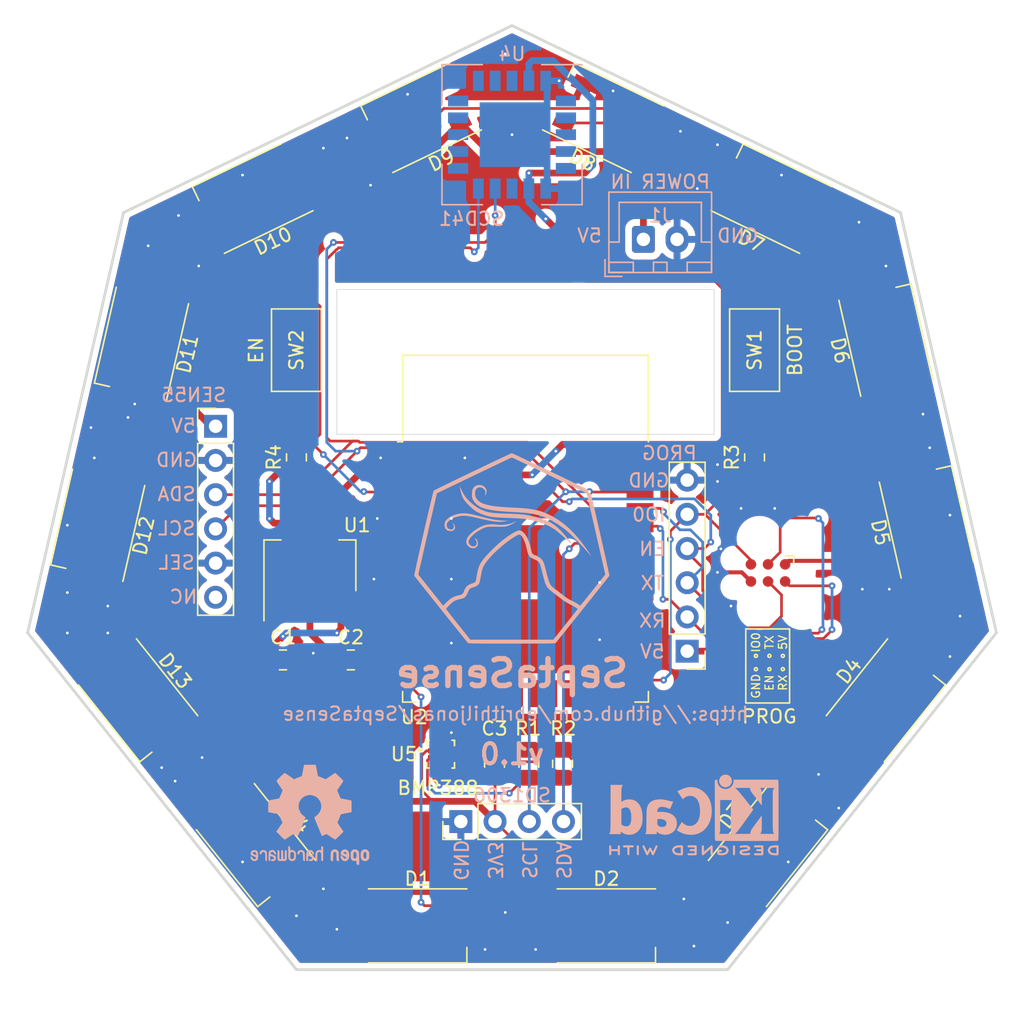
<source format=kicad_pcb>
(kicad_pcb (version 20211014) (generator pcbnew)
  (layers (0 "F.Cu" signal) (31 "B.Cu" signal) (34 "B.Paste" user) (35 "F.Paste" user) (36 "B.SilkS" user "B.Silkscreen") (37 "F.SilkS" user "F.Silkscreen") (38 "B.Mask" user) (39 "F.Mask" user) (44 "Edge.Cuts" user))
  (net 0 "")
  (net 2 "LED-DATA")
  (net 3 "SDA")
  (net 4 "SCL")
  (net 9 "MIC")
  (net 11 "+5V")
  (net 12 "Net-(D1-Pad2)")
  (net 13 "GND")
  (net 14 "Net-(D2-Pad2)")
  (net 15 "Net-(D3-Pad2)")
  (net 16 "Net-(D4-Pad2)")
  (net 17 "Net-(D5-Pad2)")
  (net 18 "Net-(D6-Pad2)")
  (net 19 "Net-(D7-Pad2)")
  (net 20 "Net-(D8-Pad2)")
  (net 21 "Net-(D10-Pad4)")
  (net 22 "Net-(D10-Pad2)")
  (net 23 "Net-(D11-Pad2)")
  (net 24 "Net-(D12-Pad2)")
  (net 28 "Net-(D13-Pad2)")
  (net 30 "+3V3")
  (net 31 "GPIO0")
  (net 33 "TXD")
  (net 34 "RXD")
  (net 35 "EN")
  (footprint "Connector_PinHeader_2.54mm:PinHeader_1x04_P2.54mm_Vertical" (layer "F.Cu") (at 169.2 98 90)
    (fp_text reference "U6" hide)
    (fp_text value "SD1306")
  )
  (footprint "Capacitor_SMD:C_0805_2012Metric_Pad1.18x1.45mm_HandSolder" (layer "F.Cu") (at 161.0375 86)
    (fp_text reference "C2")
    (fp_text value "10uF")
  )
  (footprint "LED_SMD:LED_WS2812B_PLCC4_5.0x5.0mm_P3.2mm" (layer "F.Cu") (at 192 99.75 51.43)
    (fp_text reference "D3")
    (fp_text value "WS2812B")
  )
  (footprint "Connector:Tag-Connect_TC2030-IDC-FP_2x03_P1.27mm_Vertical" (layer "F.Cu") (at 192 79.54 180)
    (fp_text reference "J3" hide)
    (fp_text value "PROG_TC")
  )
  (footprint "LED_SMD:LED_WS2812B_PLCC4_5.0x5.0mm_P3.2mm" (layer "F.Cu") (at 142.25 76 -102.86)
    (fp_text reference "D12")
    (fp_text value "WS2812B")
  )
  (footprint "Connector_PinHeader_2.54mm:PinHeader_1x06_P2.54mm_Vertical" (layer "F.Cu") (at 186 85.35 180)
    (fp_text reference "J2" hide)
    (fp_text value "PROG")
  )
  (footprint "LED_SMD:LED_WS2812B_PLCC4_5.0x5.0mm_P3.2mm" (layer "F.Cu") (at 200.75 62.25 102.86)
    (fp_text reference "D6")
    (fp_text value "WS2812B")
  )
  (footprint "LED_SMD:LED_WS2812B_PLCC4_5.0x5.0mm_P3.2mm" (layer "F.Cu") (at 145.25 89 -51.43)
    (fp_text reference "D13")
    (fp_text value "WS2812B")
  )
  (footprint "Custom:PQFN50P200X200X80-10N" (layer "F.Cu") (at 167.7 93)
    (fp_text reference "U5")
    (fp_text value "BMP388")
  )
  (footprint "Connector_PinHeader_2.54mm:PinHeader_1x06_P2.54mm_Vertical" (layer "F.Cu") (at 151 68.65)
    (fp_text reference "U3" hide)
    (fp_text value "SEN5X")
  )
  (footprint "Button_Switch_SMD:SW_SPST_CK_RS282G05A3" (layer "F.Cu") (at 191 63 -90)
    (fp_text reference "SW1")
    (fp_text value "SW_EN")
  )
  (footprint "Capacitor_SMD:C_0805_2012Metric_Pad1.18x1.45mm_HandSolder" (layer "F.Cu") (at 171.7 93.7 90)
    (fp_text reference "C3")
    (fp_text value "100nF")
  )
  (footprint "LED_SMD:LED_WS2812B_PLCC4_5.0x5.0mm_P3.2mm" (layer "F.Cu") (at 180 105.75)
    (fp_text reference "D2")
    (fp_text value "WS2812B")
  )
  (footprint "Capacitor_SMD:C_0805_2012Metric_Pad1.18x1.45mm_HandSolder" (layer "F.Cu") (at 174.25 93.7125 90)
    (fp_text reference "R1")
    (fp_text value "10K")
  )
  (footprint "LED_SMD:LED_WS2812B_PLCC4_5.0x5.0mm_P3.2mm" (layer "F.Cu") (at 166.25 45.75 -154.29)
    (fp_text reference "D9")
    (fp_text value "WS2812B")
  )
  (footprint "Capacitor_SMD:C_0805_2012Metric_Pad1.18x1.45mm_HandSolder" (layer "F.Cu") (at 191 70.9625 90)
    (fp_text reference "R3")
    (fp_text value "10K")
  )
  (footprint "LED_SMD:LED_WS2812B_PLCC4_5.0x5.0mm_P3.2mm" (layer "F.Cu") (at 145.5 62.5 -102.86)
    (fp_text reference "D11")
    (fp_text value "WS2812B")
  )
  (footprint "Button_Switch_SMD:SW_SPST_CK_RS282G05A3" (layer "F.Cu") (at 157 63 90)
    (fp_text reference "SW2")
    (fp_text value "SW_RST")
  )
  (footprint "LED_SMD:LED_WS2812B_PLCC4_5.0x5.0mm_P3.2mm" (layer "F.Cu") (at 154 99.75 -51.43)
    (fp_text reference "D14")
    (fp_text value "WS2812B")
  )
  (footprint "Package_TO_SOT_SMD:SOT-223-3_TabPin2" (layer "F.Cu") (at 158 79 90)
    (fp_text reference "U1")
    (fp_text value "AMS1117-3.3")
  )
  (footprint "LED_SMD:LED_WS2812B_PLCC4_5.0x5.0mm_P3.2mm" (layer "F.Cu") (at 153.75 51.75 -154.29)
    (fp_text reference "D10")
    (fp_text value "WS2812B")
  )
  (footprint "LED_SMD:LED_WS2812B_PLCC4_5.0x5.0mm_P3.2mm" (layer "F.Cu") (at 179.75 45.75 154.29)
    (fp_text reference "D8")
    (fp_text value "WS2812B")
  )
  (footprint "LED_SMD:LED_WS2812B_PLCC4_5.0x5.0mm_P3.2mm" (layer "F.Cu") (at 200.75 89 51.43)
    (fp_text reference "D4")
    (fp_text value "WS2812B")
  )
  (footprint "Capacitor_SMD:C_0805_2012Metric_Pad1.18x1.45mm_HandSolder" (layer "F.Cu") (at 157 70.9625 90)
    (fp_text reference "R4")
    (fp_text value "10K")
  )
  (footprint "Capacitor_SMD:C_0805_2012Metric_Pad1.18x1.45mm_HandSolder" (layer "F.Cu") (at 176.75 93.7125 90)
    (fp_text reference "R2")
    (fp_text value "10K")
  )
  (footprint "RF_Module:ESP32-WROOM-32" (layer "F.Cu") (at 174 79.25)
    (fp_text reference "U2")
    (fp_text value "ESP32-WROOM-32D")
  )
  (footprint "LED_SMD:LED_WS2812B_PLCC4_5.0x5.0mm_P3.2mm" (layer "F.Cu") (at 192.25 51.75 154.29)
    (fp_text reference "D7")
    (fp_text value "WS2812B")
  )
  (footprint "LED_SMD:LED_WS2812B_PLCC4_5.0x5.0mm_P3.2mm" (layer "F.Cu") (at 166 105.75)
    (fp_text reference "D1")
    (fp_text value "WS2812B")
  )
  (footprint "Capacitor_SMD:C_0805_2012Metric_Pad1.18x1.45mm_HandSolder" (layer "F.Cu") (at 156 86)
    (fp_text reference "C1")
    (fp_text value "10uF")
  )
  (footprint "LED_SMD:LED_WS2812B_PLCC4_5.0x5.0mm_P3.2mm" (layer "F.Cu") (at 203.75 75.75 102.86)
    (fp_text reference "D5")
    (fp_text value "WS2812B")
  )
  (footprint "Symbol:OSHW-Logo2_9.8x8mm_SilkScreen" (layer "B.Cu") (at 158 97.5 180)
    (fp_text reference "REF**" hide)
    (fp_text value "OSHW-Logo2_9.8x8mm_SilkScreen" hide)
  )
  (footprint "Symbol:KiCad-Logo2_5mm_SilkScreen" (layer "B.Cu") (at 186.5 97.5 180)
    (fp_text reference "REF**" hide)
    (fp_text value "KiCad-Logo2_5mm_SilkScreen" hide)
  )
  (footprint "Custom:Sensirion_SCD4x_10.1x10.x_P1.0mm" (layer "B.Cu") (at 173 47 180)
    (fp_text reference "U4")
    (fp_text value "SCD4x")
  )
  (footprint "Connector_JST:JST_XH_B2B-XH-A_1x02_P2.50mm_Vertical" (layer "B.Cu") (at 182.75 54.775)
    (fp_text reference "J1")
    (fp_text value "Power")
  )
  (footprint "Custom:logo_all" (layer "B.Cu") (at 173 77.75 180)
    (fp_text reference "G***" hide)
    (fp_text value "LOGO" hide)
  )
  (gr_circle (center 192.1 86.688197) (end 192.2 86.738197) (layer "F.SilkS") (width 0.12) (fill none))
  (gr_circle (center 192.1 85.7) (end 192.2 85.75) (layer "F.SilkS") (width 0.12) (fill none))
  (gr_circle (center 193.1 85.7) (end 193.2 85.75) (layer "F.SilkS") (width 0.12) (fill none))
  (gr_rect (start 190.35 89.2) (end 193.6 83.7) (layer "F.SilkS") (width 0.12) (fill none))
  (gr_circle (center 191.1 86.688197) (end 191.2 86.738197) (layer "F.SilkS") (width 0.12) (fill none))
  (gr_circle (center 193.1 86.688197) (end 193.2 86.738197) (layer "F.SilkS") (width 0.12) (fill none))
  (gr_circle (center 191.1 85.7) (end 191.2 85.75) (layer "F.SilkS") (width 0.12) (fill none))
  (gr_line (start 137.048326 83.981393) (end 157 109) (layer "Edge.Cuts") (width 0.2))
  (gr_line (start 173 38.89942) (end 144.168996 52.7837) (layer "Edge.Cuts") (width 0.2))
  (gr_line (start 160 58.5) (end 160 69.25) (layer "Edge.Cuts") (width 0.05))
  (gr_line (start 201.831004 52.7837) (end 173 38.89942) (layer "Edge.Cuts") (width 0.2))
  (gr_line (start 189 109) (end 208.951674 83.981393) (layer "Edge.Cuts") (width 0.2))
  (gr_line (start 157 109) (end 189 109) (layer "Edge.Cuts") (width 0.2))
  (gr_line (start 188 58.5) (end 160 58.5) (layer "Edge.Cuts") (width 0.05))
  (gr_line (start 144.168996 52.7837) (end 137.048326 83.981393) (layer "Edge.Cuts") (width 0.2))
  (gr_line (start 208.951674 83.981393) (end 201.831004 52.7837) (layer "Edge.Cuts") (width 0.2))
  (gr_line (start 160 69.25) (end 188 69.25) (layer "Edge.Cuts") (width 0.05))
  (gr_line (start 188 69.25) (end 188 58.5) (layer "Edge.Cuts") (width 0.05))
  (gr_text "TX" (at 183.414 80.298) (layer "B.SilkS") (effects (font (size 1 1)) (justify mirror)))
  (gr_text "SCL" (at 148.108 76.234) (layer "B.SilkS") (effects (font (size 1 1)) (justify mirror)))
  (gr_text "NC" (at 148.616 81.314) (layer "B.SilkS") (effects (font (size 1 1)) (justify mirror)))
  (gr_text "IO0" (at 183.16 75.218) (layer "B.SilkS") (effects (font (size 1 1)) (justify mirror)))
  (gr_text "SDA" (at 176.81 100.872 270) (layer "B.SilkS") (effects (font (size 1 1)) (justify mirror)))
  (gr_text "RX" (at 183.414 83.092) (layer "B.SilkS") (effects (font (size 1 1)) (justify mirror)))
  (gr_text "SEL" (at 148.108 78.774) (layer "B.SilkS") (effects (font (size 1 1)) (justify mirror)))
  (gr_text "5V" (at 183.414 85.378) (layer "B.SilkS") (effects (font (size 1 1)) (justify mirror)))
  (gr_text "SCD41" (at 170 53.25) (layer "B.SilkS") (effects (font (size 1 1)) (justify mirror)))
  (gr_text "POWER IN" (at 184 50.5) (layer "B.SilkS") (effects (font (size 1 1)) (justify mirror)))
  (gr_text "GND" (at 189.75 54.5) (layer "B.SilkS") (effects (font (size 1 1)) (justify mirror)))
  (gr_text "GND" (at 169.19 100.872 270) (layer "B.SilkS") (effects (font (size 1 1)) (justify mirror)))
  (gr_text "GND" (at 183.16 72.678) (layer "B.SilkS") (effects (font (size 1 1)) (justify mirror)))
  (gr_text "SCL" (at 174.27 100.872 270) (layer "B.SilkS") (effects (font (size 1 1)) (justify mirror)))
  (gr_text "PROG" (at 184.684 70.646) (layer "B.SilkS") (effects (font (size 1 1)) (justify mirror)))
  (gr_text "SEN55" (at 149.378 66.328) (layer "B.SilkS") (effects (font (size 1 1)) (justify mirror)))
  (gr_text "v1.0" (at 173 93) (layer "B.SilkS") (effects (font (size 1.5 1.5) (thickness 0.3)) (justify mirror)))
  (gr_text "3V3" (at 171.73 100.872 270) (layer "B.SilkS") (effects (font (size 1 1)) (justify mirror)))
  (gr_text "GND" (at 148.108 71.154) (layer "B.SilkS") (effects (font (size 1 1)) (justify mirror)))
  (gr_text "5V" (at 178.75 54.5) (layer "B.SilkS") (effects (font (size 1 1)) (justify mirror)))
  (gr_text "SeptaSense" (at 173 87) (layer "B.SilkS") (effects (font (size 2 2) (thickness 0.4)) (justify mirror)))
  (gr_text "EN" (at 183.414 77.758) (layer "B.SilkS") (effects (font (size 1 1)) (justify mirror)))
  (gr_text "5V" (at 148.616 68.614) (layer "B.SilkS") (effects (font (size 1 1)) (justify mirror)))
  (gr_text "SD1306" (at 173 96.046) (layer "B.SilkS") (effects (font (size 1 1)) (justify mirror)))
  (gr_text "SDA" (at 148.108 73.694) (layer "B.SilkS") (effects (font (size 1 1)) (justify mirror)))
  (gr_text "https://github.com/ebrithiljonas/SeptaSense" (at 173.25 90) (layer "B.SilkS") (effects (font (size 1 1)) (justify mirror)))
  (gr_text "IO0" (at 191.1 84.7 90) (layer "F.SilkS") (effects (font (size 0.6 0.6) (thickness 0.1))))
  (gr_text "BOOT" (at 194 63 90) (layer "F.SilkS") (effects (font (size 1 1))))
  (gr_text "EN" (at 154 63 90) (layer "F.SilkS") (effects (font (size 1 1))))
  (gr_text "TX" (at 192.1 84.7 90) (layer "F.SilkS") (effects (font (size 0.6 0.6) (thickness 0.1))))
  (gr_text "BMP388" (at 167.5 95.5) (layer "F.SilkS") (effects (font (size 1 1))))
  (gr_text "GND" (at 191.1 87.95 90) (layer "F.SilkS") (effects (font (size 0.6 0.6) (thickness 0.1))))
  (gr_text "RX" (at 193.1 87.7 90) (layer "F.SilkS") (effects (font (size 0.6 0.6) (thickness 0.1))))
  (gr_text "5V" (at 193.1 84.7 90) (layer "F.SilkS") (effects (font (size 0.6 0.6) (thickness 0.1))))
  (gr_text "PROG" (at 192.1 90.2) (layer "F.SilkS") (effects (font (size 1 1))))
  (gr_text "EN" (at 192.1 87.7 90) (layer "F.SilkS") (effects (font (size 0.6 0.6) (thickness 0.1))))
  (segment (start 166.5 104.25) (end 168.35 104.25) (width 0.2) (layer "F.Cu") (net 2))
  (segment (start 165.5 88) (end 165.5 87.505) (width 0.2) (layer "F.Cu") (net 2))
  (segment (start 166.25 88.75) (end 165.5 88) (width 0.2) (layer "F.Cu") (net 2))
  (segment (start 168.35 104.25) (end 168.45 104.15) (width 0.2) (layer "F.Cu") (net 2))
  (segment (start 166.25 104) (end 166.5 104.25) (width 0.2) (layer "F.Cu") (net 2))
  (via (at 166.25 104) (size 0.5) (drill 0.2) (layers "F.Cu" "B.Cu") (net 2))
  (via (at 166.25 88.75) (size 0.5) (drill 0.2) (layers "F.Cu" "B.Cu") (net 2))
  (segment (start 166.25 88.75) (end 166.25 104) (width 0.2) (layer "B.Cu") (net 2))
  (segment (start 157.17952 73.73) (end 161.15952 69.75) (width 0.2) (layer "F.Cu") (net 3))
  (segment (start 168.3 95.2) (end 169.3 95.2) (width 0.2) (layer "F.Cu") (net 3))
  (segment (start 151 73.73) (end 157.17952 73.73) (width 0.2) (layer "F.Cu") (net 3))
  (segment (start 161.5 69.75) (end 161.60048 69.75) (width 0.2) (layer "F.Cu") (net 3))
  (segment (start 160.127607 55.39952) (end 159.977616 55.549511) (width 0.2) (layer "F.Cu") (net 3))
  (segment (start 159.25 69.5) (end 159.5 69.75) (width 0.2) (layer "F.Cu") (net 3))
  (segment (start 161.696449 69.845969) (end 174.095969 69.845969) (width 0.2) (layer "F.Cu") (net 3))
  (segment (start 169.89952 55.39952) (end 160.127607 55.39952) (width 0.2) (layer "F.Cu") (net 3))
  (segment (start 159.950489 55.549511) (end 159.25 56.25) (width 0.2) (layer "F.Cu") (net 3))
  (segment (start 159.977616 55.549511) (end 159.950489 55.549511) (width 0.2) (layer "F.Cu") (net 3))
  (segment (start 170.2 55.7) (end 169.89952 55.39952) (width 0.2) (layer "F.Cu") (net 3))
  (segment (start 177.655 77.345) (end 182.5 77.345) (width 0.2) (layer "F.Cu") (net 3))
  (segment (start 174.095969 69.845969) (end 181.595 77.345) (width 0.2) (layer "F.Cu") (net 3))
  (segment (start 172.402817 93.55) (end 172.415317 93.5625) (width 0.2) (layer "F.Cu") (net 3))
  (segment (start 172.415317 93.5625) (end 175.5625 93.5625) (width 0.2) (layer "F.Cu") (net 3))
  (segment (start 159.25 56.25) (end 159.25 69.5) (width 0.2) (layer "F.Cu") (net 3))
  (segment (start 176.82 94.82) (end 176.82 98) (width 0.2) (layer "F.Cu") (net 3))
  (segment (start 177.25 77.75) (end 177.655 77.345) (width 0.2) (layer "F.Cu") (net 3))
  (segment (start 176.75 94.75) (end 176.82 94.82) (width 0.2) (layer "F.Cu") (net 3))
  (segment (start 161.60048 69.75) (end 161.696449 69.845969) (width 0.2) (layer "F.Cu") (net 3))
  (segment (start 167.7 94.6) (end 168.3 95.2) (width 0.2) (layer "F.Cu") (net 3))
  (segment (start 181.595 77.345) (end 182.5 77.345) (width 0.2) (layer "F.Cu") (net 3))
  (segment (start 159.5 69.75) (end 161.5 69.75) (width 0.2) (layer "F.Cu") (net 3))
  (segment (start 170.95 93.55) (end 172.402817 93.55) (width 0.2) (layer "F.Cu") (net 3))
  (segment (start 169.3 95.2) (end 170.95 93.55) (width 0.2) (layer "F.Cu") (net 3))
  (segment (start 167.7 93.765) (end 167.7 94.6) (width 0.2) (layer "F.Cu") (net 3))
  (segment (start 161.15952 69.75) (end 161.5 69.75) (width 0.2) (layer "F.Cu") (net 3))
  (segment (start 175.5625 93.5625) (end 176.75 94.75) (width 0.2) (layer "F.Cu") (net 3))
  (via (at 177.25 77.75) (size 0.5) (drill 0.2) (layers "F.Cu" "B.Cu") (net 3))
  (via (at 170.2 55.7) (size 0.5) (drill 0.2) (layers "F.Cu" "B.Cu") (net 3))
  (segment (start 176.82 78.18) (end 176.82 98) (width 0.2) (layer "B.Cu") (net 3))
  (segment (start 170.5 55.4) (end 170.5 51) (width 0.2) (layer "B.Cu") (net 3))
  (segment (start 170.2 55.7) (end 170.5 55.4) (width 0.2) (layer "B.Cu") (net 3))
  (segment (start 177.25 77.75) (end 176.82 78.18) (width 0.2) (layer "B.Cu") (net 3))
  (segment (start 178.75 73.5) (end 178.785 73.535) (width 0.2) (layer "F.Cu") (net 4))
  (segment (start 166.935 93.25) (end 166.929836 93.25) (width 0.2) (layer "F.Cu") (net 4))
  (segment (start 159.75 55) (end 171 55) (width 0.2) (layer "F.Cu") (net 4))
  (segment (start 171 55) (end 171.75 54.25) (width 0.2) (layer "F.Cu") (net 4))
  (segment (start 174.25 94.75) (end 173.95 94.75) (width 0.2) (layer "F.Cu") (net 4))
  (segment (start 161 71) (end 161.5 70.5) (width 0.2) (layer "F.Cu") (net 4))
  (segment (start 173.718377 70.245489) (end 161.754511 70.245489) (width 0.2) (layer "F.Cu") (net 4))
  (segment (start 173.95 94.75) (end 172.8 95.9) (width 0.2) (layer "F.Cu") (net 4))
  (segment (start 166.9 95.5) (end 166.725 95.325) (width 0.2) (layer "F.Cu") (net 4))
  (segment (start 166.725 93.454836) (end 166.929836 93.25) (width 0.2) (layer "F.Cu") (net 4))
  (segment (start 174.25 94.75) (end 174.28 94.78) (width 0.2) (layer "F.Cu") (net 4))
  (segment (start 166.725 95.325) (end 166.725 93.454836) (width 0.2) (layer "F.Cu") (net 4))
  (segment (start 161.754511 70.245489) (end 161.5 70.5) (width 0.2) (layer "F.Cu") (net 4))
  (segment (start 171.75 54.25) (end 171.75 53) (width 0.2) (layer "F.Cu") (net 4))
  (segment (start 178.785 73.535) (end 182.5 73.535) (width 0.2) (layer "F.Cu") (net 4))
  (segment (start 151 76.27) (end 152.719511 74.550489) (width 0.2) (layer "F.Cu") (net 4))
  (segment (start 176.986444 73.513556) (end 173.718377 70.245489) (width 0.2) (layer "F.Cu") (net 4))
  (segment (start 152.719511 74.550489) (end 157.449511 74.550489) (width 0.2) (layer "F.Cu") (net 4))
  (segment (start 174.28 94.78) (end 174.28 98) (width 0.2) (layer "F.Cu") (net 4))
  (segment (start 157.449511 74.550489) (end 161 71) (width 0.2) (layer "F.Cu") (net 4))
  (via (at 161.5 70.5) (size 0.5) (drill 0.2) (layers "F.Cu" "B.Cu") (net 4))
  (via (at 159.75 55) (size 0.5) (drill 0.2) (layers "F.Cu" "B.Cu") (net 4))
  (via (at 172.8 95.9) (size 0.5) (drill 0.2) (layers "F.Cu" "B.Cu") (net 4))
  (via (at 166.9 95.5) (size 0.5) (drill 0.2) (layers "F.Cu" "B.Cu") (net 4))
  (via (at 176.986444 73.513556) (size 0.5) (drill 0.2) (layers "F.Cu" "B.Cu") (net 4))
  (via (at 171.75 53) (size 0.5) (drill 0.2) (layers "F.Cu" "B.Cu") (net 4))
  (via (at 178.75 73.5) (size 0.5) (drill 0.2) (layers "F.Cu" "B.Cu") (net 4))
  (segment (start 159.25 69.841906) (end 159.25 55.5) (width 0.2) (layer "B.Cu") (net 4))
  (segment (start 176.986444 73.513556) (end 178.736444 73.513556) (width 0.2) (layer "B.Cu") (net 4))
  (segment (start 174.28 76.22) (end 174.28 98) (width 0.2) (layer "B.Cu") (net 4))
  (segment (start 171.75 53) (end 171.75 51) (width 0.2) (layer "B.Cu") (net 4))
  (segment (start 178.736444 73.513556) (end 178.75 73.5) (width 0.2) (layer "B.Cu") (net 4))
  (segment (start 172.8 95.9) (end 167.3 95.9) (width 0.2) (layer "B.Cu") (net 4))
  (segment (start 159.908094 70.5) (end 159.25 69.841906) (width 0.2) (layer "B.Cu") (net 4))
  (segment (start 159.25 55.5) (end 159.75 55) (width 0.2) (layer "B.Cu") (net 4))
  (segment (start 161.5 70.5) (end 159.908094 70.5) (width 0.2) (layer "B.Cu") (net 4))
  (segment (start 167.3 95.9) (end 166.9 95.5) (width 0.2) (layer "B.Cu") (net 4))
  (segment (start 176.986444 73.513556) (end 174.28 76.22) (width 0.2) (layer "B.Cu") (net 4))
  (segment (start 148.312746 60.467565) (end 156.651559 52.128752) (width 0.5) (layer "F.Cu") (net 11))
  (segment (start 197.971543 86.778457) (end 197.971543 89.917973) (width 0.5) (layer "F.Cu") (net 11))
  (segment (start 197.332032 89.917973) (end 189.221543 98.028462) (width 0.5) (layer "F.Cu") (net 11))
  (segment (start 148.25 66.25) (end 148.25 61.112403) (width 0.5) (layer "F.Cu") (net 11))
  (segment (start 199.244657 64.994657) (end 199.735428 64.994657) (width 0.5) (layer "F.Cu") (net 11))
  (segment (start 202.735428 78.494657) (end 202.735428 82.014572) (width 0.5) (layer "F.Cu") (net 11))
  (segment (start 153.723453 94.155811) (end 145.654564 86.086922) (width 0.5) (layer "F.Cu") (net 11))
  (segment (start 150.65 68.65) (end 148.25 66.25) (width 0.5) (layer "F.Cu") (net 11))
  (segment (start 154.9625 85.2875) (end 154.9625 86) (width 0.5) (layer "F.Cu") (net 11))
  (segment (start 181 102.5) (end 179.35 104.15) (width 0.5) (layer "F.Cu") (net 11))
  (segment (start 164.499511 103.200489) (end 163.55 104.15) (width 0.5) (layer "F.Cu") (net 11))
  (segment (start 202.584906 78.645179) (end 202.735428 78.494657) (width 0.3) (layer "F.Cu") (net 11))
  (segment (start 145.654564 86.086922) (end 144.973453 86.086922) (width 0.5) (layer "F.Cu") (net 11))
  (segment (start 197 57.491105) (end 197 62.75) (width 0.5) (layer "F.Cu") (net 11))
  (segment (start 160.3 83.7) (end 160 84) (width 0.5) (layer "F.Cu") (net 11))
  (segment (start 153.723453 94.473453) (end 153.723453 94.155811) (width 0.5) (layer "F.Cu") (net 11))
  (segment (start 144.973453 86.086922) (end 144.973453 74.585856) (width 0.5) (layer "F.Cu") (net 11))
  (segment (start 147.605162 60.467565) (end 148.312746 60.467565) (width 0.5) (layer "F.Cu") (net 11))
  (segment (start 187.258895 54.25) (end 191 54.25) (width 0.5) (layer "F.Cu") (net 11))
  (segment (start 182.75 54.775) (end 182.75 49.741105) (width 0.5) (layer "F.Cu") (net 11))
  (segment (start 163.55 104.15) (end 156.236922 96.836922) (width 0.5) (layer "F.Cu") (net 11))
  (segment (start 156 84.25) (end 154.9625 85.2875) (width 0.5) (layer "F.Cu") (net 11))
  (segment (start 144.355162 70.144838) (end 148.25 66.25) (width 0.5) (layer "F.Cu") (net 11))
  (segment (start 154.9625 86) (end 153.723453 87.239047) (width 0.5) (layer "F.Cu") (net 11))
  (segment (start 144.973453 74.585856) (end 144.355162 73.967565) (width 0.5) (layer "F.Cu") (net 11))
  (segment (start 153.723453 96.836922) (end 153.723453 94.473453) (width 0.5) (layer "F.Cu") (net 11))
  (segment (start 156.236922 96.836922) (end 153.723453 96.836922) (width 0.5) (layer "F.Cu") (net 11))
  (segment (start 186 85.35) (end 193.40357 85.35) (width 0.5) (layer "F.Cu") (net 11))
  (segment (start 197.971543 89.917973) (end 197.332032 89.917973) (width 0.5) (layer "F.Cu") (net 11))
  (segment (start 160.3 82.15) (end 160.3 83.7) (width 0.5) (layer "F.Cu") (net 11))
  (segment (start 169.151559 46.128752) (end 171.277259 48.254452) (width 0.5) (layer "F.Cu") (net 11))
  (segment (start 193.529821 78.645179) (end 202.584906 78.645179) (width 0.3) (layer "F.Cu") (net 11))
  (segment (start 177.55 104.15) (end 176.600489 103.200489) (width 0.5) (layer "F.Cu") (net 11))
  (segment (start 199.735428 64.994657) (end 199.735428 75.494657) (width 0.5) (layer "F.Cu") (net 11))
  (segment (start 189.221543 100.667973) (end 187.389516 102.5) (width 0.5) (layer "F.Cu") (net 11))
  (segment (start 151 68.65) (end 150.65 68.65) (width 0.5) (layer "F.Cu") (net 11))
  (segment (start 144.355162 73.967565) (end 144.355162 70.144838) (width 0.5) (layer "F.Cu") (net 11))
  (segment (start 148.25 61.112403) (end 147.605162 60.467565) (width 0.5) (layer "F.Cu") (net 11))
  (segment (start 193.27 78.905) (end 193.529821 78.645179) (width 0.3) (layer "F.Cu") (net 11))
  (segment (start 156.651559 52.128752) (end 163.151559 52.128752) (width 0.5) (layer "F.Cu") (net 11))
  (segment (start 193.40357 85.35) (end 197.971543 89.917973) (width 0.5) (layer "F.Cu") (net 11))
  (segment (start 181.263347 48.254452) (end 187.258895 54.25) (width 0.5) (layer "F.Cu") (net 11))
  (segment (start 189.221543 98.028462) (end 189.221543 100.667973) (width 0.5) (layer "F.Cu") (net 11))
  (segment (start 176.600489 103.200489) (end 164.499511 103.200489) (width 0.5) (layer "F.Cu") (net 11))
  (segment (start 193.763347 54.254452) (end 197 57.491105) (width 0.5) (layer "F.Cu") (net 11))
  (segment (start 153.723453 87.239047) (end 153.723453 94.473453) (width 0.5) (layer "F.Cu") (net 11))
  (segment (start 202.735428 82.014572) (end 197.971543 86.778457) (width 0.5) (layer "F.Cu") (net 11))
  (segment (start 182.75 49.741105) (end 181.263347 48.254452) (width 0.5) (layer "F.Cu") (net 11))
  (segment (start 179.35 104.15) (end 177.55 104.15) (width 0.5) (layer "F.Cu") (net 11))
  (segment (start 191 54.25) (end 191.004452 54.254452) (width 0.5) (layer "F.Cu") (net 11))
  (segment (start 163.151559 52.128752) (end 169.151559 46.128752) (width 0.5) (layer "F.Cu") (net 11))
  (segment (start 197 62.75) (end 199.244657 64.994657) (width 0.5) (layer "F.Cu") (net 11))
  (segment (start 187.389516 102.5) (end 181 102.5) (width 0.5) (layer "F.Cu") (net 11))
  (segment (start 191.004452 54.254452) (end 193.763347 54.254452) (width 0.5) (layer "F.Cu") (net 11))
  (segment (start 199.735428 75.494657) (end 202.735428 78.494657) (width 0.5) (layer "F.Cu") (net 11))
  (segment (start 171.277259 48.254452) (end 181.263347 48.254452) (width 0.5) (layer "F.Cu") (net 11))
  (via (at 160 84) (size 0.5) (drill 0.2) (layers "F.Cu" "B.Cu") (net 11))
  (via (at 156 84.25) (size 0.5) (drill 0.2) (layers "F.Cu" "B.Cu") (net 11))
  (segment (start 156.25 84) (end 156 84.25) (width 0.5) (layer "B.Cu") (net 11))
  (segment (start 160 84) (end 156.25 84) (width 0.5) (layer "B.Cu") (net 11))
  (segment (start 178.277138 106) (end 166 106) (width 0.2) (layer "F.Cu") (net 12))
  (segment (start 182.45 104.15) (end 180.127138 104.15) (width 0.2) (layer "F.Cu") (net 12))
  (segment (start 166 106) (end 164.65 107.35) (width 0.2) (layer "F.Cu") (net 12))
  (segment (start 164.65 107.35) (end 163.55 107.35) (width 0.2) (layer "F.Cu") (net 12))
  (segment (start 180.127138 104.15) (end 178.277138 106) (width 0.2) (layer "F.Cu") (net 12))
  (segment (start 167.2 94.9) (end 167.6 95.3) (width 0.2) (layer "F.Cu") (net 13))
  (segment (start 169.935 93.765) (end 171.0375 92.6625) (width 0.2) (layer "F.Cu") (net 13))
  (segment (start 168.2 91.7) (end 168.5 91.4) (width 0.2) (layer "F.Cu") (net 13))
  (segment (start 168.2 93.765) (end 169.935 93.765) (width 0.2) (layer "F.Cu") (net 13))
  (segment (start 167.2 93.765) (end 167.2 94.9) (width 0.2) (layer "F.Cu") (net 13))
  (segment (start 171.0375 92.6625) (end 171.7 92.6625) (width 0.2) (layer "F.Cu") (net 13))
  (segment (start 190.73 80.175) (end 190.055 79.5) (width 0.3) (layer "F.Cu") (net 13))
  (segment (start 157.75 86) (end 158.25 85.5) (width 0.5) (layer "F.Cu") (net 13))
  (segment (start 168.2 92.235) (end 168.2 91.7) (width 0.2) (layer "F.Cu") (net 13))
  (segment (start 167.7 92.235) (end 168.2 92.235) (width 0.2) (layer "F.Cu") (net 13))
  (segment (start 190.055 79.5) (end 188.25 79.5) (width 0.3) (layer "F.Cu") (net 13))
  (segment (start 157.0375 86) (end 157.75 86) (width 0.5) (layer "F.Cu") (net 13))
  (via (at 150 93.25) (size 0.5) (drill 0.2) (layers "F.Cu" "B.Cu") (net 13))
  (via (at 179.5 84.5) (size 0.5) (drill 0.2) (layers "F.Cu" "B.Cu") (net 13))
  (via (at 141.75 68.75) (size 0.5) (drill 0.2) (layers "F.Cu" "B.Cu") (net 13))
  (via (at 160 106) (size 0.5) (drill 0.2) (layers "F.Cu" "B.Cu") (net 13))
  (via (at 173 47) (size 0.5) (drill 0.2) (layers "F.Cu" "B.Cu") (net 13))
  (via (at 140 84) (size 0.5) (drill 0.2) (layers "F.Cu" "B.Cu") (net 13))
  (via (at 201 80.75) (size 0.5) (drill 0.2) (layers "F.Cu" "B.Cu") (net 13))
  (via (at 205.5 75.25) (size 0.5) (drill 0.2) (layers "F.Cu" "B.Cu") (net 13))
  (via (at 168.5 80) (size 0.5) (drill 0.2) (layers "F.Cu" "B.Cu") (net 13))
  (via (at 179.5 80.25) (size 0.5) (drill 0.2) (layers "F.Cu" "B.Cu") (net 13))
  (via (at 168.5 75.5) (size 0.5) (drill 0.2) (layers "F.Cu" "B.Cu") (net 13))
  (via (at 159 103) (size 0.5) (drill 0.2) (layers "F.Cu" "B.Cu") (net 13))
  (via (at 147 94) (size 0.5) (drill 0.2) (layers "F.Cu" "B.Cu") (net 13))
  (via (at 143 84) (size 0.5) (drill 0.2) (layers "F.Cu" "B.Cu") (net 13))
  (via (at 171 107.5) (size 0.5) (drill 0.2) (layers "F.Cu" "B.Cu") (net 13))
  (via (at 140 81) (size 0.5) (drill 0.2) (layers "F.Cu" "B.Cu") (net 13))
  (via (at 200.75 56.75) (size 0.5) (drill 0.2) (layers "F.Cu" "B.Cu") (net 13))
  (via (at 168.5 91.4) (size 0.5) (drill 0.2) (layers "F.Cu" "B.Cu") (net 13))
  (via (at 148.25 53) (size 0.5) (drill 0.2) (layers "F.Cu" "B.Cu") (net 13))
  (via (at 176.5 43) (size 0.5) (drill 0.2) (layers "F.Cu" "B.Cu") (net 13))
  (via (at 192.5 74.75) (size 0.5) (drill 0.2) (layers "F.Cu" "B.Cu") (net 13))
  (via (at 163 75.5) (size 0.5) (drill 0.2) (layers "F.Cu" "B.Cu") (net 13))
  (via (at 153 50) (size 0.5) (drill 0.2) (layers "F.Cu" "B.Cu") (net 13))
  (via (at 157 105) (size 0.5) (drill 0.2) (layers "F.Cu" "B.Cu") (net 13))
  (via (at 203.5 67.75) (size 0.5) (drill 0.2) (layers "F.Cu" "B.Cu") (net 13))
  (via (at 145 67) (size 0.5) (drill 0.2) (layers "F.Cu" "B.Cu") (net 13))
  (via (at 142 71) (size 0.5) (drill 0.2) (layers "F.Cu" "B.Cu") (net 13))
  (via (at 198.75 53.5) (size 0.5) (drill 0.2) (layers "F.Cu" "B.Cu") (net 13))
  (via (at 167.6 95.3) (size 0.5) (drill 0.2) (layers "F.Cu" "B.Cu") (net 13))
  (via (at 163.25 71) (size 0.5) (drill 0.2) (layers "F.Cu" "B.Cu") (net 13))
  (via (at 186.75 51) (size 0.5) (drill 0.2) (layers "F.Cu" "B.Cu") (net 13))
  (via (at 193 50) (size 0.5) (drill 0.2) (layers "F.Cu" "B.Cu") (net 13))
  (via (at 189 105.5) (size 0.5) (drill 0.2) (layers "F.Cu" "B.Cu") (net 13))
  (via (at 206.25 82.75) (size 0.5) (drill 0.2) (layers "F.Cu" "B.Cu") (net 13))
  (via (at 189.25 82) (size 0.5) (drill 0.2) (layers "F.Cu" "B.Cu") (net 13))
  (via (at 144.5 68) (size 0.5) (drill 0.2) (layers "F.Cu" "B.Cu") (net 13))
  (via (at 185.75 103.75) (size 0.5) (drill 0.2) (layers "F.Cu" "B.Cu") (net 13))
  (via (at 172.5 41) (size 0.5) (drill 0.2) (layers "F.Cu" "B.Cu") (net 13))
  (via (at 168.5 84.75) (size 0.5) (drill 0.2) (layers "F.Cu" "B.Cu") (net 13))
  (via (at 158.25 85.5) (size 0.5) (drill 0.2) (layers "F.Cu" "B.Cu") (net 13))
  (via (at 197.25 97) (size 0.5) (drill 0.2) (layers "F.Cu" "B.Cu") (net 13))
  (via (at 159 48) (size 0.5) (drill 0.2) (layers "F.Cu" "B.Cu") (net 13))
  (via (at 153 101) (size 0.5) (drill 0.2) (layers "F.Cu" "B.Cu") (net 13))
  (via (at 204 70.25) (size 0.5) (drill 0.2) (layers "F.Cu" "B.Cu") (net 13))
  (via (at 169.5 71) (size 0.5) (drill 0.2) (layers "F.Cu" "B.Cu") (net 13))
  (via (at 180.5 43.75) (size 0.5) (drill 0.2) (layers "F.Cu" "B.Cu") (net 13))
  (via (at 205.5 85.75) (size 0.5) (drill 0.2) (layers "F.Cu" "B.Cu") (net 13))
  (via (at 143 82) (size 0.5) (drill 0.2) (layers "F.Cu" "B.Cu") (net 13))
  (via (at 148 95) (size 0.5) (drill 0.2) (layers "F.Cu" "B.Cu") (net 13))
  (via (at 195.75 94.5) (size 0.5) (drill 0.2) (layers "F.Cu" "B.Cu") (net 13))
  (via (at 188.25 47.75) (size 0.5) (drill 0.2) (layers "F.Cu" "B.Cu") (net 13))
  (via (at 162.75 80) (size 0.5) (drill 0.2) (layers "F.Cu" "B.Cu") (net 13))
  (via (at 160.75 47.25) (size 0.5) (drill 0.2) (layers "F.Cu" "B.Cu") (net 13))
  (via (at 172.5 104.75) (size 0.5) (drill 0.2) (layers "F.Cu" "B.Cu") (net 13))
  (via (at 188.25 71.5) (size 0.5) (drill 0.2) (layers "F.Cu" "B.Cu") (net 13))
  (via (at 185.5 46.75) (size 0.5) (drill 0.2) (layers "F.Cu" "B.Cu") (net 13))
  (via (at 193.5 101) (size 0.5) (drill 0.2) (layers "F.Cu" "B.Cu") (net 13))
  (via (at 149.75 56.75) (size 0.5) (drill 0.2) (layers "F.Cu" "B.Cu") (net 13))
  (via (at 140 76) (size 0.5) (drill 0.2) (layers "F.Cu" "B.Cu") (net 13))
  (via (at 188.5 77.75) (size 0.5) (drill 0.2) (layers "F.Cu" "B.Cu") (net 13))
  (via (at 190 74.75) (size 0.5) (drill 0.2) (layers "F.Cu" "B.Cu") (net 13))
  (via (at 188.25 72.75) (size 0.5) (drill 0.2) (layers "F.Cu" "B.Cu") (net 13))
  (via (at 199 80.75) (size 0.5) (drill 0.2) (layers "F.Cu" "B.Cu") (net 13))
  (via (at 146 55.25) (size 0.5) (drill 0.2) (layers "F.Cu" "B.Cu") (net 13))
  (via (at 174.75 107.5) (size 0.5) (drill 0.2) (layers "F.Cu" "B.Cu") (net 13))
  (via (at 186.5 107.25) (size 0.5) (drill 0.2) (layers "F.Cu" "B.Cu") (net 13))
  (via (at 188.25 79.5) (size 0.5) (drill 0.2) (layers "F.Cu" "B.Cu") (net 13))
  (via (at 162.5 50.75) (size 0.5) (drill 0.2) (layers "F.Cu" "B.Cu") (net 13))
  (via (at 165.25 44) (size 0.5) (drill 0.2) (layers "F.Cu" "B.Cu") (net 13))
  (segment (start 175.5 51) (end 175.599511 50.900489) (width 0.5) (layer "B.Cu") (net 13))
  (segment (start 175.599511 43.099511) (end 175.5 43) (width 0.5) (layer "B.Cu") (net 13))
  (segment (start 176.5 43) (end 175.5 43) (width 0.5) (layer "B.Cu") (net 13))
  (segment (start 175.599511 50.900489) (end 175.599511 43.099511) (width 0.5) (layer "B.Cu") (net 13))
  (segment (start 179.9 105) (end 177.55 107.35) (width 0.2) (layer "F.Cu") (net 14))
  (segment (start 192.276547 99.473453) (end 186.75 105) (width 0.2) (layer "F.Cu") (net 14))
  (segment (start 192.276547 96.836922) (end 192.276547 99.473453) (width 0.2) (layer "F.Cu") (net 14))
  (segment (start 186.75 105) (end 179.9 105) (width 0.2) (layer "F.Cu") (net 14))
  (segment (start 199.315407 93.050051) (end 191.723453 100.642005) (width 0.2) (layer "F.Cu") (net 15))
  (segment (start 191.723453 100.642005) (end 191.723453 102.663078) (width 0.2) (layer "F.Cu") (net 15))
  (segment (start 199.315407 87.798062) (end 199.315407 93.050051) (width 0.2) (layer "F.Cu") (net 15))
  (segment (start 201.026547 86.086922) (end 199.315407 87.798062) (width 0.2) (layer "F.Cu") (net 15))
  (segment (start 201.644838 73.717565) (end 201.644838 75.817479) (width 0.2) (layer "F.Cu") (net 16))
  (segment (start 201.644838 75.817479) (end 204.25 78.422641) (width 0.2) (layer "F.Cu") (net 16))
  (segment (start 202.370411 90.01612) (end 200.473453 91.913078) (width 0.2) (layer "F.Cu") (net 16))
  (segment (start 204.25 83.75) (end 202.370411 85.629589) (width 0.2) (layer "F.Cu") (net 16))
  (segment (start 204.25 78.422641) (end 204.25 83.75) (width 0.2) (layer "F.Cu") (net 16))
  (segment (start 202.370411 85.629589) (end 202.370411 90.01612) (width 0.2) (layer "F.Cu") (net 16))
  (segment (start 198.644838 60.217565) (end 198.644838 60.644838) (width 0.2) (layer "F.Cu") (net 17))
  (segment (start 198.644838 60.644838) (end 201.75 63.75) (width 0.2) (layer "F.Cu") (net 17))
  (segment (start 202.598744 74.526017) (end 205.855162 77.782435) (width 0.2) (layer "F.Cu") (net 17))
  (segment (start 201.75 63.75) (end 201.75 70.5) (width 0.2) (layer "F.Cu") (net 17))
  (segment (start 201.75 70.5) (end 202.598744 71.348744) (width 0.2) (layer "F.Cu") (net 17))
  (segment (start 202.598744 71.348744) (end 202.598744 74.526017) (width 0.2) (layer "F.Cu") (net 17))
  (segment (start 194.378752 52.128752) (end 197 54.75) (width 0.2) (layer "F.Cu") (net 18))
  (segment (start 197 56.327359) (end 202.855162 62.182521) (width 0.2) (layer "F.Cu") (net 18))
  (segment (start 189.348441 52.128752) (end 194.378752 52.128752) (width 0.2) (layer "F.Cu") (net 18))
  (segment (start 197 54.75) (end 197 56.327359) (width 0.2) (layer "F.Cu") (net 18))
  (segment (start 202.855162 62.182521) (end 202.855162 64.282435) (width 0.2) (layer "F.Cu") (net 18))
  (segment (start 187.661071 49) (end 190.032319 51.371248) (width 0.2) (layer "F.Cu") (net 19))
  (segment (start 184.75 49) (end 187.661071 49) (width 0.2) (layer "F.Cu") (net 19))
  (segment (start 181.878752 46.128752) (end 184.75 49) (width 0.2) (layer "F.Cu") (net 19))
  (segment (start 190.032319 51.371248) (end 195.151559 51.371248) (width 0.2) (layer "F.Cu") (net 19))
  (segment (start 176.848441 46.128752) (end 181.878752 46.128752) (width 0.2) (layer "F.Cu") (net 19))
  (segment (start 164.736653 48.254452) (end 167.937736 45.053369) (width 0.2) (layer "F.Cu") (net 20))
  (segment (start 167.937736 45.053369) (end 182.33368 45.053369) (width 0.2) (layer "F.Cu") (net 20))
  (segment (start 182.33368 45.053369) (end 182.651559 45.371248) (width 0.2) (layer "F.Cu") (net 20))
  (segment (start 152.236653 54.254452) (end 155.491105 51) (width 0.2) (layer "F.Cu") (net 21))
  (segment (start 160.008895 51) (end 167.763347 43.245548) (width 0.2) (layer "F.Cu") (net 21))
  (segment (start 155.491105 51) (end 160.008895 51) (width 0.2) (layer "F.Cu") (net 21))
  (segment (start 146.514572 57.994323) (end 155.263347 49.245548) (width 0.2) (layer "F.Cu") (net 22))
  (segment (start 146.514572 65.244657) (end 146.514572 57.994323) (width 0.2) (layer "F.Cu") (net 22))
  (segment (start 143.264572 66.249289) (end 144.485428 65.028433) (width 0.2) (layer "F.Cu") (net 23))
  (segment (start 144.485428 65.028433) (end 144.485428 59.755343) (width 0.2) (layer "F.Cu") (net 23))
  (segment (start 143.264572 78.744657) (end 143.264572 66.249289) (width 0.2) (layer "F.Cu") (net 23))
  (segment (start 145.552515 89.917973) (end 141.235428 85.600886) (width 0.2) (layer "F.Cu") (net 24))
  (segment (start 141.235428 85.600886) (end 141.235428 73.255343) (width 0.2) (layer "F.Cu") (net 24))
  (segment (start 148.028457 89.917973) (end 145.552515 89.917973) (width 0.2) (layer "F.Cu") (net 24))
  (segment (start 142.940522 88.082027) (end 142.471543 88.082027) (width 0.2) (layer "F.Cu") (net 28))
  (segment (start 156.778457 100.667973) (end 155.526468 100.667973) (width 0.2) (layer "F.Cu") (net 28))
  (segment (start 155.526468 100.667973) (end 142.940522 88.082027) (width 0.2) (layer "F.Cu") (net 28))
  (segment (start 174.485 72.265) (end 165.5 72.265) (width 0.5) (layer "F.Cu") (net 30))
  (segment (start 168 90.8) (end 168.8 90.8) (width 0.2) (layer "F.Cu") (net 30))
  (segment (start 177 56.25) (end 177 55) (width 0.5) (layer "F.Cu") (net 30))
  (segment (start 171.7 94.7375) (end 171.74 94.7775) (width 0.2) (layer "F.Cu") (net 30))
  (segment (start 178.5 94.425) (end 176.75 92.675) (width 0.2) (layer "F.Cu") (net 30))
  (segment (start 167.2 91.6) (end 168 90.8) (width 0.2) (layer "F.Cu") (net 30))
  (segment (start 191 72) (end 189 70) (width 0.5) (layer "F.Cu") (net 30))
  (segment (start 171.74 98) (end 170.24 96.5) (width 0.5) (layer "F.Cu") (net 30))
  (segment (start 167.1 96.5) (end 158.25 96.5) (width 0.5) (layer "F.Cu") (net 30))
  (segment (start 158 84) (end 158 82.15) (width 0.5) (layer "F.Cu") (net 30))
  (segment (start 166.935 92.75) (end 166.649836 92.75) (width 0.2) (layer "F.Cu") (net 30))
  (segment (start 178.5 57.75) (end 177 56.25) (width 0.5) (layer "F.Cu") (net 30))
  (segment (start 168.8 90.8) (end 169.3 91.3) (width 0.2) (layer "F.Cu") (net 30))
  (segment (start 171.74 94.7775) (end 171.74 98) (width 0.2) (layer "F.Cu") (net 30))
  (segment (start 188.75 69.75) (end 188.75 58.361431) (width 0.5) (layer "F.Cu") (net 30))
  (segment (start 176.75 70) (end 176.25 70.5) (width 0.5) (layer "F.Cu") (net 30))
  (segment (start 188.138569 57.75) (end 178.5 57.75) (width 0.5) (layer "F.Cu") (net 30))
  (segment (start 168.750164 93.25) (end 168.465 93.25) (width 0.2) (layer "F.Cu") (net 30))
  (segment (start 166.3 93.099836) (end 166.3 95.7) (width 0.2) (layer "F.Cu") (net 30))
  (segment (start 161.585 72.265) (end 165.5 72.265) (width 0.5) (layer "F.Cu") (net 30))
  (segment (start 191 72) (end 188.75 69.75) (width 0.5) (layer "F.Cu") (net 30))
  (segment (start 166.3 95.7) (end 167.1 96.5) (width 0.2) (layer "F.Cu") (net 30))
  (segment (start 155 93.25) (end 155 90) (width 0.5) (layer "F.Cu") (net 30))
  (segment (start 155.35 75.85) (end 155 75.5) (width 0.5) (layer "F.Cu") (net 30))
  (segment (start 158 75.85) (end 155.35 75.85) (width 0.5) (layer "F.Cu") (net 30))
  (segment (start 176.75 92.675) (end 174.25 92.675) (width 0.2) (layer "F.Cu") (net 30))
  (segment (start 155 90) (end 159 86) (width 0.5) (layer "F.Cu") (net 30))
  (segment (start 177.5 99.5) (end 178.5 98.5) (width 0.2) (layer "F.Cu") (net 30))
  (segment (start 171.74 98) (end 173.24 99.5) (width 0.2) (layer "F.Cu") (net 30))
  (segment (start 166.649836 92.75) (end 166.3 93.099836) (width 0.2) (layer "F.Cu") (net 30))
  (segment (start 169.3 92.700164) (end 168.750164 93.25) (width 0.2) (layer "F.Cu") (net 30))
  (segment (start 178.400489 49.849511) (end 174.25 49.849511) (width 0.5) (layer "F.Cu") (net 30))
  (segment (start 174.5 72.25) (end 174.485 72.265) (width 0.5) (layer "F.Cu") (net 30))
  (segment (start 167.2 92.485) (end 166.935 92.75) (width 0.2) (layer "F.Cu") (net 30))
  (segment (start 158.25 96.5) (end 155 93.25) (width 0.5) (layer "F.Cu") (net 30))
  (segment (start 170.24 96.5) (end 167.1 96.5) (width 0.5) (layer "F.Cu") (net 30))
  (segment (start 177 54.75) (end 177 55) (width 0.5) (layer "F.Cu") (net 30))
  (segment (start 175.5 53.25) (end 177 54.75) (width 0.5) (layer "F.Cu") (net 30))
  (segment (start 169.3 91.3) (end 169.3 92.700164) (width 0.2) (layer "F.Cu") (net 30))
  (segment (start 173.24 99.5) (end 177.5 99.5) (width 0.2) (layer "F.Cu") (net 30))
  (segment (start 160 86) (end 158 84) (width 0.5) (layer "F.Cu") (net 30))
  (segment (start 158 75.85) (end 161.585 72.265) (width 0.5) (layer "F.Cu") (net 30))
  (segment (start 178.5 98.5) (end 178.5 94.425) (width 0.2) (layer "F.Cu") (net 30))
  (segment (start 158 82.15) (end 158 75.85) (width 0.5) (layer "F.Cu") (net 30))
  (segment (start 167.2 92.235) (end 167.2 91.6) (width 0.2) (layer "F.Cu") (net 30))
  (segment (start 188.75 58.361431) (end 188.138569 57.75) (width 0.5) (layer "F.Cu") (net 30))
  (segment (start 155.75 72) (end 157 72) (width 0.5) (layer "F.Cu") (net 30))
  (segment (start 167.2 92.235) (end 167.2 92.485) (width 0.2) (layer "F.Cu") (net 30))
  (segment (start 155 72.75) (end 155.75 72) (width 0.5) (layer "F.Cu") (net 30))
  (segment (start 178.75 49.5) (end 178.400489 49.849511) (width 0.5) (layer "F.Cu") (net 30))
  (segment (start 159 86) (end 160 86) (width 0.5) (layer "F.Cu") (net 30))
  (segment (start 189 70) (end 176.75 70) (width 0.5) (layer "F.Cu") (net 30))
  (via (at 155 72.75) (size 0.5) (drill 0.2) (layers "F.Cu" "B.Cu") (net 30))
  (via (at 174.5 72.25) (size 0.5) (drill 0.2) (layers "F.Cu" "B.Cu") (net 30))
  (via (at 155 75.5) (size 0.5) (drill 0.2) (layers "F.Cu" "B.Cu") (net 30))
  (via (at 178.75 49.5) (size 0.5) (drill 0.2) (layers "F.Cu" "B.Cu") (net 30))
  (via (at 174.25 49.849511) (size 0.5) (drill 0.2) (layers "F.Cu" "B.Cu") (net 30))
  (via (at 175.5 53.25) (size 0.5) (drill 0.2) (layers "F.Cu" "B.Cu") (net 30))
  (via (at 176.25 70.5) (size 0.5) (drill 0.2) (layers "F.Cu" "B.Cu") (net 30))
  (segment (start 179 49.25) (end 179 44.450978) (width 0.5) (layer "B.Cu") (net 30))
  (segment (start 174.25 51) (end 174.25 52) (width 0.5) (layer "B.Cu") (net 30))
  (segment (start 178.75 49.5) (end 179 49.25) (width 0.5) (layer "B.Cu") (net 30))
  (segment (start 176.049022 41.5) (end 174.5 41.5) (width 0.5) (layer "B.Cu") (net 30))
  (segment (start 174.25 51) (end 174.25 49.849511) (width 0.5) (layer "B.Cu") (net 30))
  (segment (start 176.25 70.5) (end 174.5 72.25) (width 0.5) (layer "B.Cu") (net 30))
  (segment (start 174.25 41.75) (end 174.25 43) (width 0.5) (layer "B.Cu") (net 30))
  (segment (start 174.25 52) (end 175.5 53.25) (width 0.5) (layer "B.Cu") (net 30))
  (segment (start 155 75.5) (end 155 72.75) (width 0.5) (layer "B.Cu") (net 30))
  (segment (start 179 44.450978) (end 176.049022 41.5) (width 0.5) (layer "B.Cu") (net 30))
  (segment (start 174.5 41.5) (end 174.25 41.75) (width 0.5) (layer "B.Cu") (net 30))
  (segment (start 187.320758 75.19) (end 186 75.19) (width 0.2) (layer "F.Cu") (net 31))
  (segment (start 191.702618 72.88702) (end 192.02452 72.565118) (width 0.2) (layer "F.Cu") (net 31))
  (segment (start 184.75 76.44) (end 186 75.19) (width 0.2) (layer "F.Cu") (net 31))
  (segment (start 191 69.925) (end 191 66.9) (width 0.2) (layer "F.Cu") (net 31))
  (segment (start 184.75 77.0495) (end 184.75 76.44) (width 0.2) (layer "F.Cu") (net 31))
  (segment (start 192.02452 70.94952) (end 191 69.925) (width 0.2) (layer "F.Cu") (net 31))
  (segment (start 190.73 78.599242) (end 187.320758 75.19) (width 0.2) (layer "F.Cu") (net 31))
  (segment (start 190.73 78.905) (end 190.73 78.599242) (width 0.2) (layer "F.Cu") (net 31))
  (segment (start 187.320758 75.19) (end 189.623738 72.88702) (width 0.2) (layer "F.Cu") (net 31))
  (segment (start 189.623738 72.88702) (end 191.702618 72.88702) (width 0.2) (layer "F.Cu") (net 31))
  (segment (start 192.02452 72.565118) (end 192.02452 70.94952) (width 0.2) (layer "F.Cu") (net 31))
  (segment (start 182.505 87.5) (end 182.5 87.505) (width 0.2) (layer "F.Cu") (net 31))
  (segment (start 184.25 87.5) (end 182.505 87.5) (width 0.2) (layer "F.Cu") (net 31))
  (via (at 184.75 77.0495) (size 0.5) (drill 0.2) (layers "F.Cu" "B.Cu") (net 31))
  (via (at 184.25 87.5) (size 0.5) (drill 0.2) (layers "F.Cu" "B.Cu") (net 31))
  (segment (start 184.75 77.0495) (end 184.75 87) (width 0.2) (layer "B.Cu") (net 31))
  (segment (start 184.75 87) (end 184.25 87.5) (width 0.2) (layer "B.Cu") (net 31))
  (segment (start 186 80.27) (end 189.746491 84.016491) (width 0.2) (layer "F.Cu") (net 33))
  (segment (start 195.702508 75.463029) (end 193.536971 75.463029) (width 0.2) (layer "F.Cu") (net 33))
  (segment (start 194.983509 84.016491) (end 195.733509 84.016491) (width 0.2) (layer "F.Cu") (net 33))
  (segment (start 195.733509 84.016491) (end 196 83.75) (width 0.2) (layer "F.Cu") (net 33))
  (segment (start 184.25 75) (end 184 74.75) (width 0.2) (layer "F.Cu") (net 33))
  (segment (start 193.536971 75.463029) (end 192.901971 76.098029) (width 0.2) (layer "F.Cu") (net 33))
  (segment (start 189.746491 84.016491) (end 194.983509 84.016491) (width 0.2) (layer "F.Cu") (net 33))
  (segment (start 182.555 74.75) (end 182.5 74.805) (width 0.2) (layer "F.Cu") (net 33))
  (segment (start 195.739692 75.500213) (end 195.702508 75.463029) (width 0.2) (layer "F.Cu") (net 33))
  (segment (start 192.901971 76.098029) (end 192.901971 78.003029) (width 0.2) (layer "F.Cu") (net 33))
  (segment (start 184 74.75) (end 182.555 74.75) (width 0.2) (layer "F.Cu") (net 33))
  (segment (start 192.901971 78.003029) (end 192 78.905) (width 0.2) (layer "F.Cu") (net 33))
  (via (at 184.25 75) (size 0.5) (drill 0.2) (layers "F.Cu" "B.Cu") (net 33))
  (via (at 196 83.75) (size 0.5) (drill 0.2) (layers "F.Cu" "B.Cu") (net 33))
  (via (at 195.739692 75.500213) (size 0.5) (drill 0.2) (layers "F.Cu" "B.Cu") (net 33))
  (segment (start 186.235166 76.339511) (end 185.464511 76.339511) (width 0.2) (layer "B.Cu") (net 33))
  (segment (start 184.25 75.125) (end 184.25 75) (width 0.2) (layer "B.Cu") (net 33))
  (segment (start 185.464511 76.339511) (end 184.25 75.125) (width 0.2) (layer "B.Cu") (net 33))
  (segment (start 196 83.75) (end 196.076971 83.673029) (width 0.2) (layer "B.Cu") (net 33))
  (segment (start 187.149511 77.253856) (end 186.235166 76.339511) (width 0.2) (layer "B.Cu") (net 33))
  (segment (start 186 80.27) (end 187.149511 79.120489) (width 0.2) (layer "B.Cu") (net 33))
  (segment (start 196.076971 83.673029) (end 196.076971 75.837492) (width 0.2) (layer "B.Cu") (net 33))
  (segment (start 196.076971 75.837492) (end 195.739692 75.500213) (width 0.2) (layer "B.Cu") (net 33))
  (segment (start 187.149511 79.120489) (end 187.149511 77.253856) (width 0.2) (layer "B.Cu") (net 33))
  (segment (start 196.111117 84.41601) (end 196.75 83.777127) (width 0.2) (layer "F.Cu") (net 34))
  (segment (start 184.69 81.5) (end 184.2005 81.5) (width 0.2) (layer "F.Cu") (net 34))
  (segment (start 186 82.81) (end 184.69 81.5) (width 0.2) (layer "F.Cu") (net 34))
  (segment (start 186 82.81) (end 187.60601 84.41601) (width 0.2) (layer "F.Cu") (net 34))
  (segment (start 183.825 76.075) (end 182.5 76.075) (width 0.2) (layer "F.Cu") (net 34))
  (segment (start 196.75 83.777127) (end 196.75 83.75) (width 0.2) (layer "F.Cu") (net 34))
  (segment (start 195.33399 84.41601) (end 196.111117 84.41601) (width 0.2) (layer "F.Cu") (net 34))
  (segment (start 193.595 80.5) (end 193.27 80.175) (width 0.2) (layer "F.Cu") (net 34))
  (segment (start 184 76.25) (end 183.825 76.075) (width 0.2) (layer "F.Cu") (net 34))
  (segment (start 187.60601 84.41601) (end 195.33399 84.41601) (width 0.2) (layer "F.Cu") (net 34))
  (segment (start 196.75 80.5) (end 193.595 80.5) (width 0.2) (layer "F.Cu") (net 34))
  (via (at 184.2005 81.5) (size 0.5) (drill 0.2) (layers "F.Cu" "B.Cu") (net 34))
  (via (at 196.75 80.5) (size 0.5) (drill 0.2) (layers "F.Cu" "B.Cu") (net 34))
  (via (at 196.75 83.75) (size 0.5) (drill 0.2) (layers "F.Cu" "B.Cu") (net 34))
  (via (at 184 76.25) (size 0.5) (drill 0.2) (layers "F.Cu" "B.Cu") (net 34))
  (segment (start 184.2005 81.5) (end 184.2005 76.4505) (width 0.2) (layer "B.Cu") (net 34))
  (segment (start 184.2005 76.4505) (end 184 76.25) (width 0.2) (layer "B.Cu") (net 34))
  (segment (start 196.75 83.75) (end 196.75 80.5) (width 0.2) (layer "B.Cu") (net 34))
  (segment (start 177.25 74.25) (end 176.75 74.25) (width 0.2) (layer "F.Cu") (net 35))
  (segment (start 192.133029 83.616971) (end 193 82.75) (width 0.2) (layer "F.Cu") (net 35))
  (segment (start 158.75 59.75) (end 158.75 69.25) (width 0.2) (layer "F.Cu") (net 35))
  (segment (start 158.175 69.925) (end 159 70.75) (width 0.2) (layer "F.Cu") (net 35))
  (segment (start 187.149511 80.854505) (end 189.911977 83.616971) (width 0.2) (layer "F.Cu") (net 35))
  (segment (start 158.075 69.925) (end 157 69.925) (width 0.2) (layer "F.Cu") (net 35))
  (segment (start 176.035 73.535) (end 165.5 73.535) (width 0.2) (layer "F.Cu") (net 35))
  (segment (start 157 59.1) (end 158.1 59.1) (width 0.2) (layer "F.Cu") (net 35))
  (segment (start 186 78) (end 187.149511 79.149511) (width 0.2) (layer "F.Cu") (net 35))
  (segment (start 193 82.75) (end 193 81.175) (width 0.2) (layer "F.Cu") (net 35))
  (segment (start 186 77.73) (end 186 78) (width 0.2) (layer "F.Cu") (net 35))
  (segment (start 176.75 74.25) (end 176.035 73.535) (width 0.2) (layer "F.Cu") (net 35))
  (segment (start 157 69.925) (end 158.175 69.925) (width 0.2) (layer "F.Cu") (net 35))
  (segment (start 187.149511 79.149511) (end 187.149511 80.854505) (width 0.2) (layer "F.Cu") (net 35))
  (segment (start 189.911977 83.616971) (end 192.133029 83.616971) (width 0.2) (layer "F.Cu") (net 35))
  (segment (start 158.75 69.25) (end 158.075 69.925) (width 0.2) (layer "F.Cu") (net 35))
  (segment (start 162 73.5) (end 162.035 73.535) (width 0.2) (layer "F.Cu") (net 35))
  (segment (start 193 81.175) (end 192 80.175) (width 0.2) (layer "F.Cu") (net 35))
  (segment (start 187.75 77.25) (end 187.27 77.73) (width 0.2) (layer "F.Cu") (net 35))
  (segment (start 162.035 73.535) (end 165.5 73.535) (width 0.2) (layer "F.Cu") (net 35))
  (segment (start 187.27 77.73) (end 186 77.73) (width 0.2) (layer "F.Cu") (net 35))
  (segment (start 158.1 59.1) (end 158.75 59.75) (width 0.2) (layer "F.Cu") (net 35))
  (via (at 159 70.75) (size 0.5) (drill 0.2) (layers "F.Cu" "B.Cu") (net 35))
  (via (at 177.25 74.25) (size 0.5) (drill 0.2) (layers "F.Cu" "B.Cu") (net 35))
  (via (at 162 73.5) (size 0.5) (drill 0.2) (layers "F.Cu" "B.Cu") (net 35))
  (via (at 187.75 77.25) (size 0.5) (drill 0.2) (layers "F.Cu" "B.Cu") (net 35))
  (segment (start 159 70.75) (end 161.75 73.5) (width 0.2) (layer "B.Cu") (net 35))
  (segment (start 177.25 74.25) (end 177.450489 74.049511) (width 0.2) (layer "B.Cu") (net 35))
  (segment (start 177.450489 74.049511) (end 185.514834 74.049511) (width 0.2) (layer "B.Cu") (net 35))
  (segment (start 185.523856 74.040489) (end 186.540489 74.040489) (width 0.2) (layer "B.Cu") (net 35))
  (segment (start 186.540489 74.040489) (end 187.75 75.25) (width 0.2) (layer "B.Cu") (net 35))
  (segment (start 187.75 75.25) (end 187.75 77.25) (width 0.2) (layer "B.Cu") (net 35))
  (segment (start 161.75 73.5) (end 162 73.5) (width 0.2) (layer "B.Cu") (net 35))
  (segment (start 185.514834 74.049511) (end 185.523856 74.040489) (width 0.2) (layer "B.Cu") (net 35))
  (zone (net 13) (net_name "GND") (layers F&B.Cu) (connect_pads (clearance 0.508)) (min_thickness 0.254) (fill yes (thermal_gap 0.508) (thermal_bridge_width 0.508))
    (polygon (pts (xy 211 112) (xy 135 112) (xy 135 37) (xy 211 37)))
  )
)
</source>
